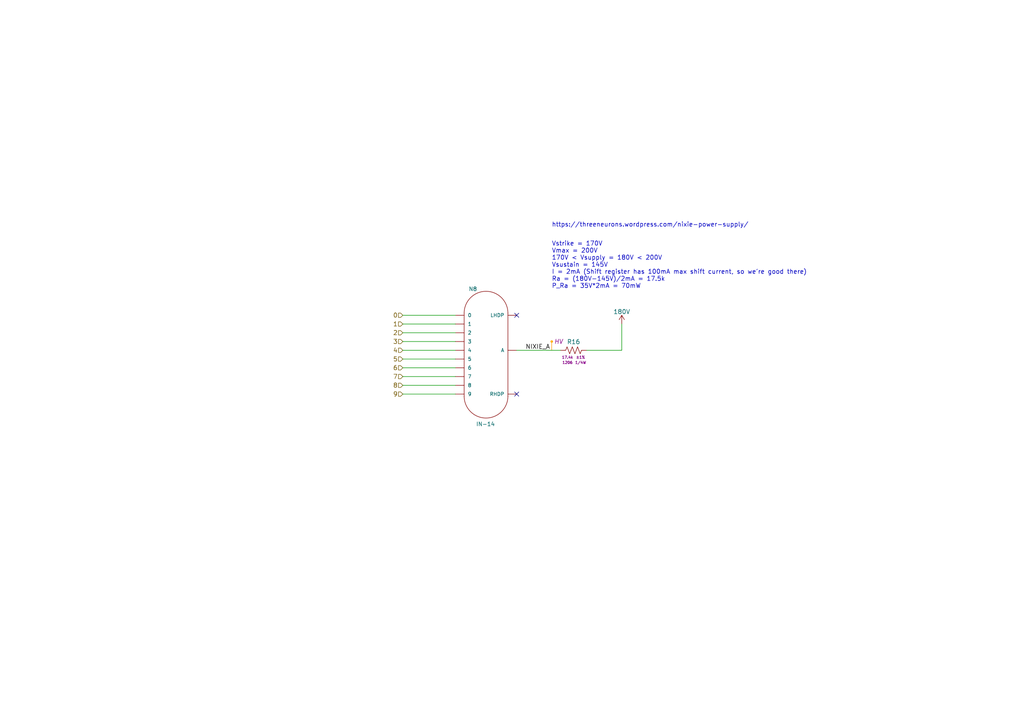
<source format=kicad_sch>
(kicad_sch (version 20231120) (generator "eeschema") (generator_version "8.0")
  (paper "A4")
  (title_block (date "2024-05-14") (rev "1"))
  (lib_symbols
    (symbol "arjun_symbols:+180V" (power) (pin_names (offset 0))
      (property "Value" "+180V" (at 0 3.556 0))
      (symbol "+180V_0_1"
        (polyline (pts (xy -0.762 1.27) (xy 0 2.54)))
        (polyline (pts (xy 0 0) (xy 0 2.54)))
        (polyline (pts (xy 0 2.54) (xy 0.762 1.27)))
      )
      (symbol "+180V_1_1"
        (pin power_in line (at 0 0 90) (length 0) hide (name "180V") (number "1"))
      )
    )
    (symbol "arjun_symbols:IN-14" (pin_numbers hide) (pin_names (offset 1.016))
      (property "Reference" "N" (at 5.08 8.255 0))
      (property "Value" "IN-14" (at 5.08 -33.02 0))
      (symbol "IN-14_1_0"
        (polyline (pts (xy 2.54 -23.495) (xy 2.54 0.635)))
        (polyline (pts (xy 15.24 -23.495) (xy 15.24 0.635)))
      )
      (symbol "IN-14_1_1"
        (arc (start 2.54 -23.495) (mid 8.89 -29.8173) (end 15.24 -23.495))
        (arc (start 15.24 0.635) (mid 8.89 6.9573) (end 2.54 0.635))
        (pin bidirectional line (at 0 0 0) (length 2.54) (name "0") (number "0"))
        (pin bidirectional line (at 0 -2.54 0) (length 2.54) (name "1") (number "1"))
        (pin bidirectional line (at 0 -5.08 0) (length 2.54) (name "2") (number "2"))
        (pin bidirectional line (at 0 -7.62 0) (length 2.54) (name "3") (number "3"))
        (pin bidirectional line (at 0 -10.16 0) (length 2.54) (name "4") (number "4"))
        (pin bidirectional line (at 0 -12.7 0) (length 2.54) (name "5") (number "5"))
        (pin bidirectional line (at 0 -15.24 0) (length 2.54) (name "6") (number "6"))
        (pin bidirectional line (at 0 -17.78 0) (length 2.54) (name "7") (number "7"))
        (pin bidirectional line (at 0 -20.32 0) (length 2.54) (name "8") (number "8"))
        (pin bidirectional line (at 0 -22.86 0) (length 2.54) (name "9") (number "9"))
        (pin bidirectional line (at 17.78 -10.16 180) (length 2.54) (name "A") (number "A"))
        (pin bidirectional line (at 17.78 0 180) (length 2.54) (name "LHDP") (number "LHDP"))
        (pin bidirectional line (at 17.78 -22.86 180) (length 2.54) (name "RHDP") (number "RHDP"))
      )
    )
    (symbol "arjun_symbols:RES_17K4_1P_1/4W_1206" (pin_numbers hide) (pin_names (offset 0))
      (property "Reference" "R" (at -3.175 -3.81 90))
      (property "Resistance" "17.4k" (at 2.032 -5.588 90))
      (property "Tolerance" "±1% " (at 2.032 -1.524 90))
      (property "Package" "1206" (at 3.556 -5.588 90))
      (property "Power" "1/4W" (at 3.556 -1.778 90))
      (symbol "RES_17K4_1P_1/4W_1206_0_1"
        (polyline (pts (xy 0 -6.096) (xy 0 -6.35)))
        (polyline (pts (xy 0 -1.524) (xy 0 -1.27)))
        (polyline (pts (xy 0 -4.572) (xy 1.016 -4.953) (xy 0 -5.334) (xy -1.016 -5.715) (xy 0 -6.096)))
        (polyline (pts (xy 0 -3.048) (xy 1.016 -3.429) (xy 0 -3.81) (xy -1.016 -4.191) (xy 0 -4.572)))
        (polyline (pts (xy 0 -1.524) (xy 1.016 -1.905) (xy 0 -2.286) (xy -1.016 -2.667) (xy 0 -3.048)))
      )
      (symbol "RES_17K4_1P_1/4W_1206_1_1"
        (pin passive line (at 0 0 270) (length 1.27) (name "~") (number "1"))
        (pin passive line (at 0 -7.62 90) (length 1.27) (name "~") (number "2"))
      )
    )
  )
  (no_connect (at 149.86 91.44))
  (no_connect (at 149.86 114.3))
  (wire (pts (xy 116.84 93.98) (xy 132.08 93.98)))
  (wire (pts (xy 149.86 101.6) (xy 162.56 101.6)))
  (wire (pts (xy 116.84 111.76) (xy 132.08 111.76)))
  (wire (pts (xy 116.84 109.22) (xy 132.08 109.22)))
  (wire (pts (xy 116.84 91.44) (xy 132.08 91.44)))
  (wire (pts (xy 116.84 106.68) (xy 132.08 106.68)))
  (wire (pts (xy 180.34 101.6) (xy 180.34 93.98)))
  (wire (pts (xy 116.84 96.52) (xy 132.08 96.52)))
  (wire (pts (xy 116.84 104.14) (xy 132.08 104.14)))
  (wire (pts (xy 170.18 101.6) (xy 180.34 101.6)))
  (wire (pts (xy 116.84 101.6) (xy 132.08 101.6)))
  (wire (pts (xy 116.84 114.3) (xy 132.08 114.3)))
  (wire (pts (xy 116.84 99.06) (xy 132.08 99.06)))
  (text "Vstrike = 170V\nVmax = 200V\n170V < Vsupply = 180V < 200V\nVsustain = 145V\nI = 2mA (Shift register has 100mA max shift current, so we're good there)\nRa = (180V-145V)/2mA = 17.5k\nP_Ra = 35V*2mA = 70mW" (at 160.02 83.82 0) (effects (font (size 1.27 1.27)) (justify left bottom)))
  (text "https://threeneurons.wordpress.com/nixie-power-supply/" (at 160.02 66.04 0) (effects (font (size 1.27 1.27)) (justify left bottom)))
  (label "NIXIE_A" (at 152.4 101.6 0))
  (hierarchical_label "1" (shape input) (at 116.84 93.98 180))
  (hierarchical_label "9" (shape input) (at 116.84 114.3 180))
  (hierarchical_label "6" (shape input) (at 116.84 106.68 180))
  (hierarchical_label "8" (shape input) (at 116.84 111.76 180))
  (hierarchical_label "3" (shape input) (at 116.84 99.06 180))
  (hierarchical_label "2" (shape input) (at 116.84 96.52 180))
  (hierarchical_label "7" (shape input) (at 116.84 109.22 180))
  (hierarchical_label "0" (shape input) (at 116.84 91.44 180))
  (hierarchical_label "4" (shape input) (at 116.84 101.6 180))
  (hierarchical_label "5" (shape input) (at 116.84 104.14 180))
  (netclass_flag "" (length 2.54) (shape dot) (at 160.02 101.6 0) (property "Netclass" "HV" (at 160.7185 99.06 0) (effects (font (italic yes)) (justify left))))
  (symbol (lib_id "arjun_symbols:RES_17K4_1P_1/4W_1206") (at 170.18 101.6 270) (unit 1)
    (property "Reference" "R15" (at 166.37 98.425 90) (effects (justify top)))
    (property "Value" "RES_17K4_1P_1/4W_1206" (effects (hide yes)))
    (property "Footprint" "Resistor_SMD:R_1206_3216Metric" (effects (hide yes)))
    (property "Datasheet" "https://www.yageo.com/upload/media/product/productsearch/datasheet/rchip/PYu-RC_Group_51_RoHS_L_12.pdf" (effects (hide yes)))
    (property "Manufacturer" "YAGEO" (effects (hide yes)))
    (property "ManufacturerPN" "RC1206FR-0717K4L" (effects (hide yes)))
    (property "Vendor" "Digi-Key" (effects (hide yes)))
    (property "VendorPN" "311-17.4KFRCT-ND" (effects (hide yes)))
    (property "Resistance" "17.4k" (at 164.592 103.632 90) (effects (font (size 0.762 0.762))))
    (property "Tolerance" "±1% " (at 168.656 103.632 90) (effects (font (size 0.762 0.762))))
    (property "Package" "1206" (at 164.592 105.156 90) (effects (font (size 0.762 0.762))))
    (property "Power" "1/4W" (at 168.402 105.156 90) (effects (font (size 0.762 0.762))))
    (instances (project "STM32_Nixie" (path "" (reference "R16") (unit 1)) (path "" (reference "R12") (unit 1)) (path "" (reference "R14") (unit 1)) (path "" (reference "R15") (unit 1)) (path "" (reference "R13") (unit 1)) (path "" (reference "R11") (unit 1))))
  )
  (symbol (lib_id "arjun_symbols:IN-14") (at 132.08 91.44 0) (unit 1)
    (property "Reference" "N7" (at 137.16 83.82 0) (effects (font (size 1.143 1.143))))
    (property "Value" "IN-14" (at 140.8258 123.001 0) (effects (font (size 1.143 1.143))))
    (property "Footprint" "arjun_footprints:IN-14" (effects (hide yes)))
    (property "Datasheet" "https://tubehobby.com/datasheets/in14.pdf" (effects (hide yes)))
    (property "Datasheet2" "http://www.tube-tester.com/sites/nixie/data/in-14/in-14.htm" (effects (hide yes)))
    (property "Datasheet3" "http://www.tube-tester.com/sites/nixie/dat_arch/IN-14_01.pdf" (effects (hide yes)))
    (instances (project "STM32_Nixie" (path "" (reference "N8") (unit 1)) (path "" (reference "N4") (unit 1)) (path "" (reference "N6") (unit 1)) (path "" (reference "N7") (unit 1)) (path "" (reference "N5") (unit 1)) (path "" (reference "N3") (unit 1))))
  )
  (symbol (lib_id "arjun_symbols:+180V") (at 180.34 93.98 0) (unit 1)
    (property "Reference" "#PWR035" (effects (hide yes)))
    (property "Value" "180V" (at 180.34 90.424 0))
    (instances (project "STM32_Nixie" (path "" (reference "#PWR036") (unit 1)) (path "" (reference "#PWR037") (unit 1)) (path "" (reference "#PWR034") (unit 1)) (path "" (reference "#PWR035") (unit 1)) (path "" (reference "#PWR032") (unit 1)) (path "" (reference "#PWR033") (unit 1))))
  )
)
</source>
